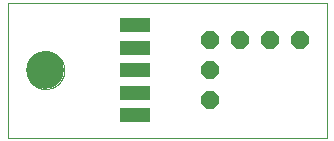
<source format=gts>
G75*
%MOIN*%
%OFA0B0*%
%FSLAX25Y25*%
%IPPOS*%
%LPD*%
%AMOC8*
5,1,8,0,0,1.08239X$1,22.5*
%
%ADD10C,0.00000*%
%ADD11C,0.12598*%
%ADD12OC8,0.06000*%
%ADD13R,0.10000X0.05000*%
D10*
X0009000Y0009000D02*
X0009000Y0053961D01*
X0115201Y0053961D01*
X0115201Y0009000D01*
X0009000Y0009000D01*
X0015201Y0031500D02*
X0015203Y0031658D01*
X0015209Y0031816D01*
X0015219Y0031974D01*
X0015233Y0032132D01*
X0015251Y0032289D01*
X0015272Y0032446D01*
X0015298Y0032602D01*
X0015328Y0032758D01*
X0015361Y0032913D01*
X0015399Y0033066D01*
X0015440Y0033219D01*
X0015485Y0033371D01*
X0015534Y0033522D01*
X0015587Y0033671D01*
X0015643Y0033819D01*
X0015703Y0033965D01*
X0015767Y0034110D01*
X0015835Y0034253D01*
X0015906Y0034395D01*
X0015980Y0034535D01*
X0016058Y0034672D01*
X0016140Y0034808D01*
X0016224Y0034942D01*
X0016313Y0035073D01*
X0016404Y0035202D01*
X0016499Y0035329D01*
X0016596Y0035454D01*
X0016697Y0035576D01*
X0016801Y0035695D01*
X0016908Y0035812D01*
X0017018Y0035926D01*
X0017131Y0036037D01*
X0017246Y0036146D01*
X0017364Y0036251D01*
X0017485Y0036353D01*
X0017608Y0036453D01*
X0017734Y0036549D01*
X0017862Y0036642D01*
X0017992Y0036732D01*
X0018125Y0036818D01*
X0018260Y0036902D01*
X0018396Y0036981D01*
X0018535Y0037058D01*
X0018676Y0037130D01*
X0018818Y0037200D01*
X0018962Y0037265D01*
X0019108Y0037327D01*
X0019255Y0037385D01*
X0019404Y0037440D01*
X0019554Y0037491D01*
X0019705Y0037538D01*
X0019857Y0037581D01*
X0020010Y0037620D01*
X0020165Y0037656D01*
X0020320Y0037687D01*
X0020476Y0037715D01*
X0020632Y0037739D01*
X0020789Y0037759D01*
X0020947Y0037775D01*
X0021104Y0037787D01*
X0021263Y0037795D01*
X0021421Y0037799D01*
X0021579Y0037799D01*
X0021737Y0037795D01*
X0021896Y0037787D01*
X0022053Y0037775D01*
X0022211Y0037759D01*
X0022368Y0037739D01*
X0022524Y0037715D01*
X0022680Y0037687D01*
X0022835Y0037656D01*
X0022990Y0037620D01*
X0023143Y0037581D01*
X0023295Y0037538D01*
X0023446Y0037491D01*
X0023596Y0037440D01*
X0023745Y0037385D01*
X0023892Y0037327D01*
X0024038Y0037265D01*
X0024182Y0037200D01*
X0024324Y0037130D01*
X0024465Y0037058D01*
X0024604Y0036981D01*
X0024740Y0036902D01*
X0024875Y0036818D01*
X0025008Y0036732D01*
X0025138Y0036642D01*
X0025266Y0036549D01*
X0025392Y0036453D01*
X0025515Y0036353D01*
X0025636Y0036251D01*
X0025754Y0036146D01*
X0025869Y0036037D01*
X0025982Y0035926D01*
X0026092Y0035812D01*
X0026199Y0035695D01*
X0026303Y0035576D01*
X0026404Y0035454D01*
X0026501Y0035329D01*
X0026596Y0035202D01*
X0026687Y0035073D01*
X0026776Y0034942D01*
X0026860Y0034808D01*
X0026942Y0034672D01*
X0027020Y0034535D01*
X0027094Y0034395D01*
X0027165Y0034253D01*
X0027233Y0034110D01*
X0027297Y0033965D01*
X0027357Y0033819D01*
X0027413Y0033671D01*
X0027466Y0033522D01*
X0027515Y0033371D01*
X0027560Y0033219D01*
X0027601Y0033066D01*
X0027639Y0032913D01*
X0027672Y0032758D01*
X0027702Y0032602D01*
X0027728Y0032446D01*
X0027749Y0032289D01*
X0027767Y0032132D01*
X0027781Y0031974D01*
X0027791Y0031816D01*
X0027797Y0031658D01*
X0027799Y0031500D01*
X0027797Y0031342D01*
X0027791Y0031184D01*
X0027781Y0031026D01*
X0027767Y0030868D01*
X0027749Y0030711D01*
X0027728Y0030554D01*
X0027702Y0030398D01*
X0027672Y0030242D01*
X0027639Y0030087D01*
X0027601Y0029934D01*
X0027560Y0029781D01*
X0027515Y0029629D01*
X0027466Y0029478D01*
X0027413Y0029329D01*
X0027357Y0029181D01*
X0027297Y0029035D01*
X0027233Y0028890D01*
X0027165Y0028747D01*
X0027094Y0028605D01*
X0027020Y0028465D01*
X0026942Y0028328D01*
X0026860Y0028192D01*
X0026776Y0028058D01*
X0026687Y0027927D01*
X0026596Y0027798D01*
X0026501Y0027671D01*
X0026404Y0027546D01*
X0026303Y0027424D01*
X0026199Y0027305D01*
X0026092Y0027188D01*
X0025982Y0027074D01*
X0025869Y0026963D01*
X0025754Y0026854D01*
X0025636Y0026749D01*
X0025515Y0026647D01*
X0025392Y0026547D01*
X0025266Y0026451D01*
X0025138Y0026358D01*
X0025008Y0026268D01*
X0024875Y0026182D01*
X0024740Y0026098D01*
X0024604Y0026019D01*
X0024465Y0025942D01*
X0024324Y0025870D01*
X0024182Y0025800D01*
X0024038Y0025735D01*
X0023892Y0025673D01*
X0023745Y0025615D01*
X0023596Y0025560D01*
X0023446Y0025509D01*
X0023295Y0025462D01*
X0023143Y0025419D01*
X0022990Y0025380D01*
X0022835Y0025344D01*
X0022680Y0025313D01*
X0022524Y0025285D01*
X0022368Y0025261D01*
X0022211Y0025241D01*
X0022053Y0025225D01*
X0021896Y0025213D01*
X0021737Y0025205D01*
X0021579Y0025201D01*
X0021421Y0025201D01*
X0021263Y0025205D01*
X0021104Y0025213D01*
X0020947Y0025225D01*
X0020789Y0025241D01*
X0020632Y0025261D01*
X0020476Y0025285D01*
X0020320Y0025313D01*
X0020165Y0025344D01*
X0020010Y0025380D01*
X0019857Y0025419D01*
X0019705Y0025462D01*
X0019554Y0025509D01*
X0019404Y0025560D01*
X0019255Y0025615D01*
X0019108Y0025673D01*
X0018962Y0025735D01*
X0018818Y0025800D01*
X0018676Y0025870D01*
X0018535Y0025942D01*
X0018396Y0026019D01*
X0018260Y0026098D01*
X0018125Y0026182D01*
X0017992Y0026268D01*
X0017862Y0026358D01*
X0017734Y0026451D01*
X0017608Y0026547D01*
X0017485Y0026647D01*
X0017364Y0026749D01*
X0017246Y0026854D01*
X0017131Y0026963D01*
X0017018Y0027074D01*
X0016908Y0027188D01*
X0016801Y0027305D01*
X0016697Y0027424D01*
X0016596Y0027546D01*
X0016499Y0027671D01*
X0016404Y0027798D01*
X0016313Y0027927D01*
X0016224Y0028058D01*
X0016140Y0028192D01*
X0016058Y0028328D01*
X0015980Y0028465D01*
X0015906Y0028605D01*
X0015835Y0028747D01*
X0015767Y0028890D01*
X0015703Y0029035D01*
X0015643Y0029181D01*
X0015587Y0029329D01*
X0015534Y0029478D01*
X0015485Y0029629D01*
X0015440Y0029781D01*
X0015399Y0029934D01*
X0015361Y0030087D01*
X0015328Y0030242D01*
X0015298Y0030398D01*
X0015272Y0030554D01*
X0015251Y0030711D01*
X0015233Y0030868D01*
X0015219Y0031026D01*
X0015209Y0031184D01*
X0015203Y0031342D01*
X0015201Y0031500D01*
D11*
X0021500Y0031500D03*
D12*
X0076500Y0031500D03*
X0076500Y0041500D03*
X0086500Y0041500D03*
X0096500Y0041500D03*
X0106500Y0041500D03*
X0076500Y0021500D03*
D13*
X0051500Y0024000D03*
X0051500Y0016500D03*
X0051500Y0031500D03*
X0051500Y0039000D03*
X0051500Y0046500D03*
M02*

</source>
